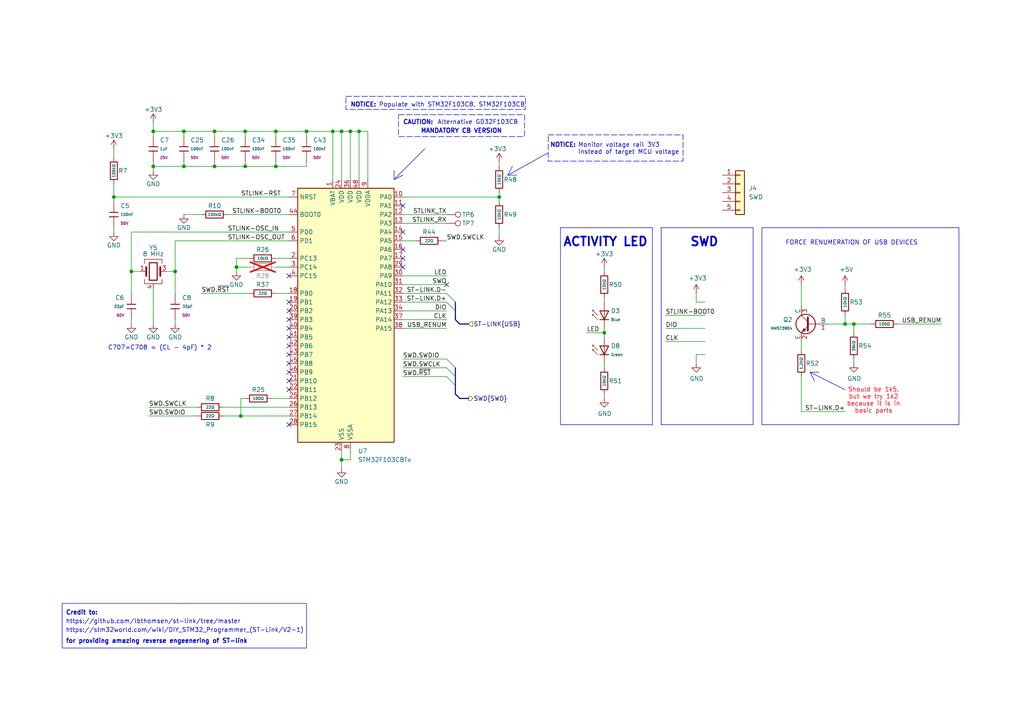
<source format=kicad_sch>
(kicad_sch (version 20231120) (generator "eeschema") (generator_version "8.0")
  (paper "A4")
  (title_block (date "2025-01-10") (rev "1.0") (company "Patryk Dudziński") (comment 1 "Referenced on desing from Artem Horiunov, Dominik Pluta"))
  (junction (at 44.45 38.1))
  (junction (at 71.12 38.1))
  (junction (at 101.6 38.1))
  (junction (at 50.8 78.74))
  (junction (at 80.01 48.26))
  (junction (at 247.65 93.98))
  (junction (at 62.23 38.1))
  (junction (at 99.06 133.35))
  (junction (at 53.34 38.1))
  (junction (at 104.14 38.1))
  (junction (at 175.26 96.52))
  (junction (at 99.06 38.1))
  (junction (at 88.9 38.1))
  (junction (at 144.78 57.15))
  (junction (at 68.58 77.47))
  (junction (at 245.11 93.98))
  (junction (at 53.34 48.26))
  (junction (at 62.23 48.26))
  (junction (at 44.45 48.26))
  (junction (at 69.85 120.65))
  (junction (at 80.01 38.1))
  (junction (at 96.52 38.1))
  (junction (at 71.12 48.26))
  (junction (at 38.1 78.74))
  (junction (at 33.02 57.15))
  (no_connect (at 83.82 87.63))
  (no_connect (at 83.82 113.03))
  (no_connect (at 83.82 97.79))
  (no_connect (at 116.84 74.93))
  (no_connect (at 116.84 59.69))
  (no_connect (at 83.82 80.01))
  (no_connect (at 116.84 77.47))
  (no_connect (at 83.82 123.19))
  (no_connect (at 83.82 95.25))
  (no_connect (at 129.54 82.55))
  (no_connect (at 116.84 72.39))
  (no_connect (at 116.84 67.31))
  (no_connect (at 83.82 92.71))
  (no_connect (at 83.82 100.33))
  (no_connect (at 83.82 90.17))
  (no_connect (at 83.82 110.49))
  (no_connect (at 83.82 107.95))
  (no_connect (at 83.82 105.41))
  (no_connect (at 83.82 102.87))
  (bus_entry (at 129.54 106.68) (size 2.54 2.54))
  (bus_entry (at 129.54 104.14) (size 2.54 2.54))
  (bus_entry (at 129.54 87.63) (size 2.54 2.54))
  (bus_entry (at 129.54 85.09) (size 2.54 2.54))
  (bus_entry (at 129.54 109.22) (size 2.54 2.54))
  (wire (pts (xy 232.41 119.38) (xy 245.11 119.38)))
  (wire (pts (xy 33.02 57.15) (xy 83.82 57.15)))
  (wire (pts (xy 33.02 43.18) (xy 33.02 45.72)))
  (wire (pts (xy 193.04 91.44) (xy 204.47 91.44)))
  (bus (pts (xy 133.35 93.98) (xy 132.08 92.71)))
  (polyline (pts (xy 123.19 43.18) (xy 114.3 52.07)))
  (wire (pts (xy 116.84 64.77) (xy 129.54 64.77)))
  (wire (pts (xy 193.04 95.25) (xy 204.47 95.25)))
  (wire (pts (xy 58.42 85.09) (xy 72.39 85.09)))
  (wire (pts (xy 38.1 78.74) (xy 38.1 85.09)))
  (wire (pts (xy 129.54 95.25) (xy 116.84 95.25)))
  (wire (pts (xy 68.58 77.47) (xy 68.58 78.74)))
  (bus (pts (xy 133.35 115.57) (xy 135.89 115.57)))
  (wire (pts (xy 175.26 115.57) (xy 175.26 114.3)))
  (bus (pts (xy 132.08 90.17) (xy 132.08 92.71)))
  (wire (pts (xy 68.58 74.93) (xy 68.58 77.47)))
  (wire (pts (xy 71.12 38.1) (xy 71.12 39.37)))
  (wire (pts (xy 71.12 38.1) (xy 80.01 38.1)))
  (bus (pts (xy 132.08 109.22) (xy 132.08 106.68)))
  (wire (pts (xy 116.84 82.55) (xy 129.54 82.55)))
  (wire (pts (xy 245.11 93.98) (xy 240.03 93.98)))
  (wire (pts (xy 53.34 62.23) (xy 58.42 62.23)))
  (wire (pts (xy 116.84 106.68) (xy 129.54 106.68)))
  (wire (pts (xy 50.8 92.71) (xy 50.8 93.98)))
  (wire (pts (xy 80.01 38.1) (xy 88.9 38.1)))
  (wire (pts (xy 101.6 38.1) (xy 99.06 38.1)))
  (wire (pts (xy 96.52 38.1) (xy 99.06 38.1)))
  (wire (pts (xy 201.93 102.87) (xy 201.93 105.41)))
  (polyline (pts (xy 158.75 44.45) (xy 147.32 50.8)))
  (polyline (pts (xy 234.95 107.95) (xy 237.49 107.95)))
  (wire (pts (xy 99.06 133.35) (xy 99.06 135.89)))
  (wire (pts (xy 38.1 78.74) (xy 40.64 78.74)))
  (wire (pts (xy 50.8 69.85) (xy 50.8 78.74)))
  (wire (pts (xy 33.02 57.15) (xy 33.02 58.42)))
  (wire (pts (xy 71.12 46.99) (xy 71.12 48.26)))
  (wire (pts (xy 232.41 99.06) (xy 232.41 101.6)))
  (wire (pts (xy 69.85 120.65) (xy 83.82 120.65)))
  (wire (pts (xy 175.26 78.74) (xy 175.26 77.47)))
  (wire (pts (xy 101.6 38.1) (xy 101.6 52.07)))
  (wire (pts (xy 116.84 62.23) (xy 129.54 62.23)))
  (polyline (pts (xy 234.95 107.95) (xy 236.22 110.49)))
  (wire (pts (xy 99.06 133.35) (xy 101.6 133.35)))
  (bus (pts (xy 132.08 87.63) (xy 132.08 90.17)))
  (wire (pts (xy 175.26 105.41) (xy 175.26 106.68)))
  (wire (pts (xy 144.78 57.15) (xy 144.78 58.42)))
  (polyline (pts (xy 114.3 49.53) (xy 114.3 52.07)))
  (wire (pts (xy 175.26 97.79) (xy 175.26 96.52)))
  (wire (pts (xy 99.06 130.81) (xy 99.06 133.35)))
  (wire (pts (xy 245.11 82.55) (xy 245.11 83.82)))
  (wire (pts (xy 62.23 48.26) (xy 71.12 48.26)))
  (wire (pts (xy 71.12 48.26) (xy 80.01 48.26)))
  (bus (pts (xy 132.08 114.3) (xy 133.35 115.57)))
  (polyline (pts (xy 114.3 52.07) (xy 116.84 50.8)))
  (wire (pts (xy 43.18 120.65) (xy 57.15 120.65)))
  (wire (pts (xy 247.65 96.52) (xy 247.65 93.98)))
  (wire (pts (xy 104.14 38.1) (xy 104.14 52.07)))
  (wire (pts (xy 232.41 109.22) (xy 232.41 119.38)))
  (wire (pts (xy 116.84 104.14) (xy 129.54 104.14)))
  (wire (pts (xy 68.58 74.93) (xy 72.39 74.93)))
  (wire (pts (xy 106.68 38.1) (xy 104.14 38.1)))
  (wire (pts (xy 44.45 83.82) (xy 44.45 93.98)))
  (wire (pts (xy 116.84 57.15) (xy 144.78 57.15)))
  (wire (pts (xy 50.8 69.85) (xy 83.82 69.85)))
  (wire (pts (xy 245.11 91.44) (xy 245.11 93.98)))
  (wire (pts (xy 38.1 92.71) (xy 38.1 93.98)))
  (polyline (pts (xy 147.32 50.8) (xy 148.59 48.26)))
  (wire (pts (xy 245.11 93.98) (xy 247.65 93.98)))
  (wire (pts (xy 175.26 96.52) (xy 170.18 96.52)))
  (wire (pts (xy 50.8 78.74) (xy 50.8 85.09)))
  (wire (pts (xy 80.01 74.93) (xy 83.82 74.93)))
  (polyline (pts (xy 147.32 50.8) (xy 149.86 50.8)))
  (wire (pts (xy 116.84 69.85) (xy 120.65 69.85)))
  (wire (pts (xy 44.45 48.26) (xy 44.45 49.53)))
  (wire (pts (xy 38.1 67.31) (xy 83.82 67.31)))
  (wire (pts (xy 204.47 102.87) (xy 201.93 102.87)))
  (wire (pts (xy 53.34 46.99) (xy 53.34 48.26)))
  (wire (pts (xy 62.23 38.1) (xy 71.12 38.1)))
  (wire (pts (xy 116.84 109.22) (xy 129.54 109.22)))
  (wire (pts (xy 247.65 104.14) (xy 247.65 105.41)))
  (wire (pts (xy 44.45 46.99) (xy 44.45 48.26)))
  (wire (pts (xy 66.04 62.23) (xy 83.82 62.23)))
  (wire (pts (xy 78.74 115.57) (xy 83.82 115.57)))
  (bus (pts (xy 132.08 111.76) (xy 132.08 114.3)))
  (wire (pts (xy 44.45 38.1) (xy 44.45 39.37)))
  (wire (pts (xy 80.01 85.09) (xy 83.82 85.09)))
  (wire (pts (xy 96.52 38.1) (xy 96.52 52.07)))
  (wire (pts (xy 252.73 93.98) (xy 247.65 93.98)))
  (wire (pts (xy 80.01 46.99) (xy 80.01 48.26)))
  (bus (pts (xy 132.08 109.22) (xy 132.08 111.76)))
  (bus (pts (xy 133.35 93.98) (xy 135.89 93.98)))
  (wire (pts (xy 101.6 130.81) (xy 101.6 133.35)))
  (wire (pts (xy 53.34 38.1) (xy 53.34 39.37)))
  (wire (pts (xy 128.27 69.85) (xy 129.54 69.85)))
  (wire (pts (xy 80.01 38.1) (xy 80.01 39.37)))
  (wire (pts (xy 104.14 38.1) (xy 101.6 38.1)))
  (wire (pts (xy 116.84 90.17) (xy 129.54 90.17)))
  (wire (pts (xy 69.85 115.57) (xy 69.85 120.65)))
  (wire (pts (xy 88.9 39.37) (xy 88.9 38.1)))
  (wire (pts (xy 64.77 120.65) (xy 69.85 120.65)))
  (wire (pts (xy 48.26 78.74) (xy 50.8 78.74)))
  (wire (pts (xy 144.78 66.04) (xy 144.78 68.58)))
  (wire (pts (xy 83.82 77.47) (xy 80.01 77.47)))
  (wire (pts (xy 129.54 80.01) (xy 116.84 80.01)))
  (wire (pts (xy 33.02 53.34) (xy 33.02 57.15)))
  (wire (pts (xy 69.85 115.57) (xy 71.12 115.57)))
  (polyline (pts (xy 245.11 113.03) (xy 234.95 107.95)))
  (wire (pts (xy 62.23 38.1) (xy 62.23 39.37)))
  (wire (pts (xy 64.77 118.11) (xy 83.82 118.11)))
  (wire (pts (xy 232.41 82.55) (xy 232.41 88.9)))
  (wire (pts (xy 201.93 87.63) (xy 204.47 87.63)))
  (wire (pts (xy 44.45 35.56) (xy 44.45 38.1)))
  (wire (pts (xy 44.45 48.26) (xy 53.34 48.26)))
  (wire (pts (xy 116.84 85.09) (xy 129.54 85.09)))
  (wire (pts (xy 88.9 46.99) (xy 88.9 48.26)))
  (wire (pts (xy 80.01 48.26) (xy 88.9 48.26)))
  (wire (pts (xy 273.05 93.98) (xy 260.35 93.98)))
  (wire (pts (xy 144.78 55.88) (xy 144.78 57.15)))
  (wire (pts (xy 99.06 38.1) (xy 99.06 52.07)))
  (wire (pts (xy 201.93 85.09) (xy 201.93 87.63)))
  (wire (pts (xy 175.26 95.25) (xy 175.26 96.52)))
  (wire (pts (xy 44.45 38.1) (xy 53.34 38.1)))
  (wire (pts (xy 129.54 92.71) (xy 116.84 92.71)))
  (wire (pts (xy 193.04 99.06) (xy 204.47 99.06)))
  (wire (pts (xy 38.1 67.31) (xy 38.1 78.74)))
  (wire (pts (xy 62.23 46.99) (xy 62.23 48.26)))
  (wire (pts (xy 43.18 118.11) (xy 57.15 118.11)))
  (wire (pts (xy 88.9 38.1) (xy 96.52 38.1)))
  (wire (pts (xy 53.34 38.1) (xy 62.23 38.1)))
  (wire (pts (xy 33.02 66.04) (xy 33.02 67.31)))
  (wire (pts (xy 116.84 87.63) (xy 129.54 87.63)))
  (wire (pts (xy 175.26 87.63) (xy 175.26 86.36)))
  (wire (pts (xy 106.68 52.07) (xy 106.68 38.1)))
  (wire (pts (xy 68.58 77.47) (xy 72.39 77.47)))
  (wire (pts (xy 53.34 48.26) (xy 62.23 48.26)))
  (wire (pts (xy 144.78 46.99) (xy 144.78 48.26)))
  (rectangle (start 191.77 66.04) (end 218.44 123.19))
  (rectangle (start 100.33 27.94) (end 152.4 31.75) (stroke (width 0) (type dash)))
  (rectangle (start 159.004 39.116) (end 198.12 46.736) (stroke (width 0) (type dash)))
  (rectangle (start 115.57 33.274) (end 152.146 39.624) (stroke (width 0) (type dash)))
  (rectangle (start 18.034 175.006) (end 88.9 187.96))
  (rectangle (start 220.98 66.04) (end 278.13 123.19))
  (rectangle (start 162.56 66.04) (end 189.23 123.19))
  (text "FORCE RENUMERATION OF USB DEVICES" (at 247.015 70.485 0) (effects (font (size 1.27 1.27))))
  (text "ACTIVITY LED\n" (at 163.195 71.755 0) (effects (font (size 2.54 2.54) (thickness 0.508) (bold yes)) (justify left bottom)))
  (text " MANDATORY CB VERSION" (at 133.35 38.1 0) (effects (font (size 1.27 1.27) (bold yes))))
  (text "CAUTION:" (at 121.285 35.56 0) (effects (font (size 1.27 1.27) (bold yes))))
  (text "Should be 1k5,\nbut we try 1k2\nbecause it is in\nbasic parts" (at 253.365 116.205 0) (effects (font (size 1.27 1.27))))
  (text "SWD\n" (at 200.025 71.755 0) (effects (font (size 2.54 2.54) (thickness 0.508) (bold yes)) (justify left bottom)))
  (text "Monitor voltage rail 3V3 \ninstead of target MCU voltage" (at 167.64 43.18 0) (effects (font (size 1.27 1.27)) (justify left)))
  (text "for providing amazing reverse engeenering of ST-link\n" (at 19.05 186.055 0) (effects (font (size 1.27 1.27) (bold yes)) (justify left)))
  (text "NOTICE:" (at 101.6 30.48 0) (effects (font (size 1.27 1.27) (bold yes)) (justify left)))
  (text "https://stm32world.com/wiki/DIY_STM32_Programmer_(ST-Link/V2-1)" (at 19.05 182.88 0) (effects (font (size 1.27 1.27)) (justify left)))
  (text "NOTICE:" (at 163.322 42.164 0) (effects (font (size 1.27 1.27) (bold yes))))
  (text "https://github.com/lbthomsen/st-link/tree/master" (at 19.05 180.34 0) (effects (font (size 1.27 1.27)) (justify left)))
  (text "Credit to:" (at 19.05 177.8 0) (effects (font (size 1.27 1.27) (bold yes)) (justify left)))
  (text "C707=C708 = (CL - 4pF) * 2\n" (at 46.355 100.965 0) (effects (font (size 1.27 1.27))))
  (text "Alternative GD32F103CB " (at 139.065 35.56 0) (effects (font (size 1.27 1.27))))
  (text "Populate with STM32F103C8, STM32F103CB\n" (at 109.855 30.48 0) (effects (font (size 1.27 1.27)) (justify left)))
  (label "STLINK_TX" (at 129.54 62.23 180))
  (label "STLINK-BOOT0" (at 193.04 91.44 0))
  (label "CLK" (at 129.54 92.71 180))
  (label "SWD.SWDIO" (at 43.18 120.65 0))
  (label "DIO" (at 193.04 95.25 0))
  (label "SWD.SWCLK" (at 129.54 69.85 0))
  (label "SWD.~{RST}" (at 58.42 85.09 0))
  (label "ST-LINK.D+" (at 129.54 87.63 180))
  (label "STLINK-OSC_OUT" (at 66.04 69.85 0))
  (label "STLINK-OSC_IN" (at 66.04 67.31 0))
  (label "STLINK-BOOT0" (at 67.31 62.23 0))
  (label "SWD.SWCLK" (at 43.18 118.11 0))
  (label "LED" (at 129.54 80.01 180))
  (label "SWD.SWDIO" (at 116.84 104.14 0))
  (label "SWD.SWCLK" (at 116.84 106.68 0))
  (label "USB_RENUM" (at 129.54 95.25 180))
  (label "SWO" (at 129.54 82.55 180))
  (label "DIO" (at 129.54 90.17 180))
  (label "USB_RENUM" (at 273.05 93.98 180))
  (label "ST-LINK.D-" (at 129.54 85.09 180))
  (label "CLK" (at 193.04 99.06 0))
  (label "SWD.~{RST}" (at 116.84 109.22 0))
  (label "STLINK-RST" (at 69.85 57.15 0))
  (label "ST-LINK.D+" (at 245.11 119.38 180))
  (label "STLINK_RX" (at 129.54 64.77 180))
  (label "LED" (at 170.18 96.52 0))
  (hierarchical_label "ST-LINK{USB}" (shape input) (at 135.89 93.98 0))
  (hierarchical_label "SWD{SWD}" (shape output) (at 135.89 115.57 0))
  (symbol (lib_id "PCM_JLCPCB-Resistors:0402,100kΩ") (at 33.02 49.53 0) (unit 1)
    (property "Reference" "R7" (at 34.29 49.53 0) (effects (justify left)))
    (property "Value" "100kΩ" (at 33.02 49.53 90) (effects (font (size 0.8 0.8))))
    (property "Footprint" "PCM_JLCPCB:R_0402" (effects (hide yes)))
    (property "Datasheet" "https://www.lcsc.com/datasheet/lcsc_datasheet_2206010100_UNI-ROYAL-Uniroyal-Elec-0402WGF1003TCE_C25741.pdf" (effects (hide yes)))
    (property "Description" "62.5mW Thick Film Resistors 50V ±100ppm/°C ±1% 100kΩ 0402 Chip Resistor - Surface Mount ROHS" (effects (hide yes)))
    (property "LCSC" "C25741" (effects (hide yes)))
    (property "Stock" "5666023" (effects (hide yes)))
    (property "Price" "0.004USD" (effects (hide yes)))
    (property "Process" "SMT" (effects (hide yes)))
    (property "Minimum Qty" "20" (effects (hide yes)))
    (property "Attrition Qty" "10" (effects (hide yes)))
    (property "Class" "Basic Component" (effects (hide yes)))
    (property "Category" "Resistors,Chip Resistor - Surface Mount" (effects (hide yes)))
    (property "Manufacturer" "UNI-ROYAL(Uniroyal Elec)" (effects (hide yes)))
    (property "Part" "0402WGF1003TCE" (effects (hide yes)))
    (property "Resistance" "100kΩ" (effects (hide yes)))
    (property "Power(Watts)" "62.5mW" (effects (hide yes)))
    (property "Type" "Thick Film Resistors" (effects (hide yes)))
    (property "Overload Voltage (Max)" "50V" (effects (hide yes)))
    (property "Operating Temperature Range" "-55°C~+155°C" (effects (hide yes)))
    (property "Tolerance" "±1%" (effects (hide yes)))
    (property "Temperature Coefficient" "±100ppm/°C" (effects (hide yes)))
  )
  (symbol (lib_id "PCM_JLCPCB-Resistors:0402,100Ω") (at 256.54 93.98 90) (unit 1)
    (property "Reference" "R55" (at 256.54 91.44 90))
    (property "Value" "100Ω" (at 256.54 93.98 90) (effects (font (size 0.8 0.8))))
    (property "Footprint" "PCM_JLCPCB:R_0402" (effects (hide yes)))
    (property "Datasheet" "https://www.lcsc.com/datasheet/lcsc_datasheet_2205311900_UNI-ROYAL-Uniroyal-Elec-0402WGF1000TCE_C25076.pdf" (effects (hide yes)))
    (property "Description" "62.5mW Thick Film Resistors 50V ±1% ±200ppm/°C 100Ω 0402 Chip Resistor - Surface Mount ROHS" (effects (hide yes)))
    (property "LCSC" "C25076" (effects (hide yes)))
    (property "Stock" "2831654" (effects (hide yes)))
    (property "Price" "0.004USD" (effects (hide yes)))
    (property "Process" "SMT" (effects (hide yes)))
    (property "Minimum Qty" "20" (effects (hide yes)))
    (property "Attrition Qty" "10" (effects (hide yes)))
    (property "Class" "Basic Component" (effects (hide yes)))
    (property "Category" "Resistors,Chip Resistor - Surface Mount" (effects (hide yes)))
    (property "Manufacturer" "UNI-ROYAL(Uniroyal Elec)" (effects (hide yes)))
    (property "Part" "0402WGF1000TCE" (effects (hide yes)))
    (property "Resistance" "100Ω" (effects (hide yes)))
    (property "Power(Watts)" "62.5mW" (effects (hide yes)))
    (property "Type" "Thick Film Resistors" (effects (hide yes)))
    (property "Overload Voltage (Max)" "50V" (effects (hide yes)))
    (property "Operating Temperature Range" "-55°C~+155°C" (effects (hide yes)))
    (property "Tolerance" "±1%" (effects (hide yes)))
    (property "Temperature Coefficient" "±200ppm/°C" (effects (hide yes)))
  )
  (symbol (lib_id "PCM_JLCPCB-Capacitors:0402,33pF") (at 38.1 88.9 0) (unit 1)
    (property "Reference" "C6" (at 36.068 86.3599 0) (effects (justify right)))
    (property "Value" "33pF" (at 36.068 88.9 0) (effects (font (size 0.8 0.8)) (justify right)))
    (property "Footprint" "PCM_JLCPCB:C_0402" (effects (hide yes)))
    (property "Datasheet" "https://www.lcsc.com/datasheet/lcsc_datasheet_2304140030_FH--Guangdong-Fenghua-Advanced-Tech-0402CG330J500NT_C1562.pdf" (effects (hide yes)))
    (property "Description" "50V 33pF C0G ±5% 0402 Multilayer Ceramic Capacitors MLCC - SMD/SMT ROHS" (effects (hide yes)))
    (property "LCSC" "C1562" (effects (hide yes)))
    (property "Stock" "1088254" (effects (hide yes)))
    (property "Price" "0.004USD" (effects (hide yes)))
    (property "Process" "SMT" (effects (hide yes)))
    (property "Minimum Qty" "20" (effects (hide yes)))
    (property "Attrition Qty" "10" (effects (hide yes)))
    (property "Class" "Basic Component" (effects (hide yes)))
    (property "Category" "Capacitors,Multilayer Ceramic Capacitors MLCC - SMD/SMT" (effects (hide yes)))
    (property "Manufacturer" "FH(Guangdong Fenghua Advanced Tech)" (effects (hide yes)))
    (property "Part" "0402CG330J500NT" (effects (hide yes)))
    (property "Voltage Rated" "50V" (at 36.068 91.44 0) (effects (font (size 0.8 0.8)) (justify right)))
    (property "Tolerance" "±5%" (effects (hide yes)))
    (property "Capacitance" "33pF" (effects (hide yes)))
    (property "Temperature Coefficient" "C0G" (effects (hide yes)))
  )
  (symbol (lib_id "power:GND") (at 144.78 68.58 0) (unit 1)
    (property "Reference" "#PWR052" (effects (hide yes)))
    (property "Value" "GND" (at 144.78 72.39 0))
  )
  (symbol (lib_id "PCM_JLCPCB-Resistors:0402,10kΩ") (at 76.2 77.47 90) (unit 1) (in_bom no) (dnp yes)
    (property "Reference" "R28" (at 76.2 80.01 90))
    (property "Value" "10kΩ" (at 76.2 77.47 90) (effects (font (size 0.8 0.8))))
    (property "Footprint" "PCM_JLCPCB:R_0402" (effects (hide yes)))
    (property "Datasheet" "https://www.lcsc.com/datasheet/lcsc_datasheet_2411221126_UNI-ROYAL-Uniroyal-Elec-0402WGF1002TCE_C25744.pdf" (effects (hide yes)))
    (property "Description" "62.5mW Thick Film Resistors 50V ±100ppm/°C ±1% 10kΩ 0402 Chip Resistor - Surface Mount ROHS" (effects (hide yes)))
    (property "LCSC" "C25744" (effects (hide yes)))
    (property "Stock" "7034931" (effects (hide yes)))
    (property "Price" "0.004USD" (effects (hide yes)))
    (property "Process" "SMT" (effects (hide yes)))
    (property "Minimum Qty" "5" (effects (hide yes)))
    (property "Attrition Qty" "0" (effects (hide yes)))
    (property "Class" "Basic Component" (effects (hide yes)))
    (property "Category" "Resistors,Chip Resistor - Surface Mount" (effects (hide yes)))
    (property "Manufacturer" "UNI-ROYAL(Uniroyal Elec)" (effects (hide yes)))
    (property "Part" "0402WGF1002TCE" (effects (hide yes)))
    (property "Resistance" "10kΩ" (effects (hide yes)))
    (property "Power(Watts)" "62.5mW" (effects (hide yes)))
    (property "Type" "Thick Film Resistors" (effects (hide yes)))
    (property "Overload Voltage (Max)" "50V" (effects (hide yes)))
    (property "Operating Temperature Range" "-55°C~+155°C" (effects (hide yes)))
    (property "Tolerance" "±1%" (effects (hide yes)))
    (property "Temperature Coefficient" "±100ppm/°C" (effects (hide yes)))
  )
  (symbol (lib_id "power:GND") (at 33.02 67.31 0) (unit 1)
    (property "Reference" "#PWR014" (effects (hide yes)))
    (property "Value" "GND" (at 33.02 71.12 0))
  )
  (symbol (lib_id "PCM_JLCPCB-Capacitors:0402,100nF,(2)") (at 88.9 43.18 0) (unit 1)
    (property "Reference" "C43" (at 90.805 40.6399 0) (effects (justify left)))
    (property "Value" "100nF" (at 90.805 43.18 0) (effects (font (size 0.8 0.8)) (justify left)))
    (property "Footprint" "PCM_JLCPCB:C_0402" (effects (hide yes)))
    (property "Datasheet" "https://www.lcsc.com/datasheet/lcsc_datasheet_2304140030_Samsung-Electro-Mechanics-CL05B104KB54PNC_C307331.pdf" (effects (hide yes)))
    (property "Description" "50V 100nF X7R ±10% 0402 Multilayer Ceramic Capacitors MLCC - SMD/SMT ROHS" (effects (hide yes)))
    (property "LCSC" "C307331" (effects (hide yes)))
    (property "Stock" "5427590" (effects (hide yes)))
    (property "Price" "0.008USD" (effects (hide yes)))
    (property "Process" "SMT" (effects (hide yes)))
    (property "Minimum Qty" "20" (effects (hide yes)))
    (property "Attrition Qty" "10" (effects (hide yes)))
    (property "Class" "Basic Component" (effects (hide yes)))
    (property "Category" "Capacitors,Multilayer Ceramic Capacitors MLCC - SMD/SMT" (effects (hide yes)))
    (property "Manufacturer" "Samsung Electro-Mechanics" (effects (hide yes)))
    (property "Part" "CL05B104KB54PNC" (effects (hide yes)))
    (property "Voltage Rated" "50V" (at 90.805 45.72 0) (effects (font (size 0.8 0.8)) (justify left)))
    (property "Tolerance" "±10%" (effects (hide yes)))
    (property "Capacitance" "100nF" (effects (hide yes)))
    (property "Temperature Coefficient" "X7R" (effects (hide yes)))
  )
  (symbol (lib_id "power:+5V") (at 245.11 82.55 0) (unit 1)
    (property "Reference" "#PWR069" (effects (hide yes)))
    (property "Value" "+5V" (at 245.491 78.1558 0))
  )
  (symbol (lib_id "PCM_JLCPCB-Capacitors:0402,100nF,(2)") (at 33.02 62.23 0) (unit 1)
    (property "Reference" "C5" (at 34.925 59.6899 0) (effects (justify left)))
    (property "Value" "100nF" (at 34.925 62.23 0) (effects (font (size 0.8 0.8)) (justify left)))
    (property "Footprint" "PCM_JLCPCB:C_0402" (effects (hide yes)))
    (property "Datasheet" "https://www.lcsc.com/datasheet/lcsc_datasheet_2304140030_Samsung-Electro-Mechanics-CL05B104KB54PNC_C307331.pdf" (effects (hide yes)))
    (property "Description" "50V 100nF X7R ±10% 0402 Multilayer Ceramic Capacitors MLCC - SMD/SMT ROHS" (effects (hide yes)))
    (property "LCSC" "C307331" (effects (hide yes)))
    (property "Stock" "5427590" (effects (hide yes)))
    (property "Price" "0.008USD" (effects (hide yes)))
    (property "Process" "SMT" (effects (hide yes)))
    (property "Minimum Qty" "20" (effects (hide yes)))
    (property "Attrition Qty" "10" (effects (hide yes)))
    (property "Class" "Basic Component" (effects (hide yes)))
    (property "Category" "Capacitors,Multilayer Ceramic Capacitors MLCC - SMD/SMT" (effects (hide yes)))
    (property "Manufacturer" "Samsung Electro-Mechanics" (effects (hide yes)))
    (property "Part" "CL05B104KB54PNC" (effects (hide yes)))
    (property "Voltage Rated" "50V" (at 34.925 64.77 0) (effects (font (size 0.8 0.8)) (justify left)))
    (property "Tolerance" "±10%" (effects (hide yes)))
    (property "Capacitance" "100nF" (effects (hide yes)))
    (property "Temperature Coefficient" "X7R" (effects (hide yes)))
  )
  (symbol (lib_id "PCM_JLCPCB-Capacitors:0402,1uF") (at 44.45 43.18 0) (unit 1)
    (property "Reference" "C7" (at 46.355 40.6399 0) (effects (justify left)))
    (property "Value" "1uF" (at 46.355 43.18 0) (effects (font (size 0.8 0.8)) (justify left)))
    (property "Footprint" "PCM_JLCPCB:C_0402" (effects (hide yes)))
    (property "Datasheet" "https://www.lcsc.com/datasheet/lcsc_datasheet_2304140030_Samsung-Electro-Mechanics-CL05A105KA5NQNC_C52923.pdf" (effects (hide yes)))
    (property "Description" "25V 1uF X5R ±10% 0402 Multilayer Ceramic Capacitors MLCC - SMD/SMT ROHS" (effects (hide yes)))
    (property "LCSC" "C52923" (effects (hide yes)))
    (property "Stock" "8480407" (effects (hide yes)))
    (property "Price" "0.006USD" (effects (hide yes)))
    (property "Process" "SMT" (effects (hide yes)))
    (property "Minimum Qty" "20" (effects (hide yes)))
    (property "Attrition Qty" "10" (effects (hide yes)))
    (property "Class" "Basic Component" (effects (hide yes)))
    (property "Category" "Capacitors,Multilayer Ceramic Capacitors MLCC - SMD/SMT" (effects (hide yes)))
    (property "Manufacturer" "Samsung Electro-Mechanics" (effects (hide yes)))
    (property "Part" "CL05A105KA5NQNC" (effects (hide yes)))
    (property "Voltage Rated" "25V" (at 46.355 45.72 0) (effects (font (size 0.8 0.8)) (justify left)))
    (property "Tolerance" "±10%" (effects (hide yes)))
    (property "Capacitance" "1uF" (effects (hide yes)))
    (property "Temperature Coefficient" "X5R" (effects (hide yes)))
  )
  (symbol (lib_id "Connector:TestPoint") (at 129.54 62.23 270) (unit 1)
    (property "Reference" "TP6" (at 133.985 62.23 90) (effects (justify left)))
    (property "Value" "TestPoint" (effects (hide yes)))
    (property "Footprint" "TestPoint:TestPoint_Pad_D1.0mm" (effects (hide yes)))
    (property "Description" "test point" (effects (hide yes)))
  )
  (symbol (lib_id "PCM_JLCPCB-Resistors:0402,10kΩ") (at 175.26 110.49 0) (unit 1)
    (property "Reference" "R51" (at 176.53 110.49 0) (effects (justify left)))
    (property "Value" "10kΩ" (at 175.26 110.49 90) (effects (font (size 0.8 0.8))))
    (property "Footprint" "PCM_JLCPCB:R_0402" (effects (hide yes)))
    (property "Datasheet" "https://www.lcsc.com/datasheet/lcsc_datasheet_2411221126_UNI-ROYAL-Uniroyal-Elec-0402WGF1002TCE_C25744.pdf" (effects (hide yes)))
    (property "Description" "62.5mW Thick Film Resistors 50V ±100ppm/°C ±1% 10kΩ 0402 Chip Resistor - Surface Mount ROHS" (effects (hide yes)))
    (property "LCSC" "C25744" (effects (hide yes)))
    (property "Stock" "7034931" (effects (hide yes)))
    (property "Price" "0.004USD" (effects (hide yes)))
    (property "Process" "SMT" (effects (hide yes)))
    (property "Minimum Qty" "5" (effects (hide yes)))
    (property "Attrition Qty" "0" (effects (hide yes)))
    (property "Class" "Basic Component" (effects (hide yes)))
    (property "Category" "Resistors,Chip Resistor - Surface Mount" (effects (hide yes)))
    (property "Manufacturer" "UNI-ROYAL(Uniroyal Elec)" (effects (hide yes)))
    (property "Part" "0402WGF1002TCE" (effects (hide yes)))
    (property "Resistance" "10kΩ" (effects (hide yes)))
    (property "Power(Watts)" "62.5mW" (effects (hide yes)))
    (property "Type" "Thick Film Resistors" (effects (hide yes)))
    (property "Overload Voltage (Max)" "50V" (effects (hide yes)))
    (property "Operating Temperature Range" "-55°C~+155°C" (effects (hide yes)))
    (property "Tolerance" "±1%" (effects (hide yes)))
    (property "Temperature Coefficient" "±100ppm/°C" (effects (hide yes)))
  )
  (symbol (lib_id "power:+3V3") (at 232.41 82.55 0) (unit 1)
    (property "Reference" "#PWR060" (effects (hide yes)))
    (property "Value" "+3V3" (at 232.791 78.1558 0))
  )
  (symbol (lib_id "power:GND") (at 247.65 105.41 0) (unit 1)
    (property "Reference" "#PWR070" (effects (hide yes)))
    (property "Value" "GND" (at 247.777 109.8042 0))
  )
  (symbol (lib_id "PCM_JLCPCB-Resistors:0402,100Ω") (at 74.93 115.57 90) (unit 1)
    (property "Reference" "R25" (at 74.93 113.03 90))
    (property "Value" "100Ω" (at 74.93 115.57 90) (effects (font (size 0.8 0.8))))
    (property "Footprint" "PCM_JLCPCB:R_0402" (effects (hide yes)))
    (property "Datasheet" "https://www.lcsc.com/datasheet/lcsc_datasheet_2205311900_UNI-ROYAL-Uniroyal-Elec-0402WGF1000TCE_C25076.pdf" (effects (hide yes)))
    (property "Description" "62.5mW Thick Film Resistors 50V ±1% ±200ppm/°C 100Ω 0402 Chip Resistor - Surface Mount ROHS" (effects (hide yes)))
    (property "LCSC" "C25076" (effects (hide yes)))
    (property "Stock" "2831654" (effects (hide yes)))
    (property "Price" "0.004USD" (effects (hide yes)))
    (property "Process" "SMT" (effects (hide yes)))
    (property "Minimum Qty" "20" (effects (hide yes)))
    (property "Attrition Qty" "10" (effects (hide yes)))
    (property "Class" "Basic Component" (effects (hide yes)))
    (property "Category" "Resistors,Chip Resistor - Surface Mount" (effects (hide yes)))
    (property "Manufacturer" "UNI-ROYAL(Uniroyal Elec)" (effects (hide yes)))
    (property "Part" "0402WGF1000TCE" (effects (hide yes)))
    (property "Resistance" "100Ω" (effects (hide yes)))
    (property "Power(Watts)" "62.5mW" (effects (hide yes)))
    (property "Type" "Thick Film Resistors" (effects (hide yes)))
    (property "Overload Voltage (Max)" "50V" (effects (hide yes)))
    (property "Operating Temperature Range" "-55°C~+155°C" (effects (hide yes)))
    (property "Tolerance" "±1%" (effects (hide yes)))
    (property "Temperature Coefficient" "±200ppm/°C" (effects (hide yes)))
  )
  (symbol (lib_id "PCM_JLCPCB-Resistors:0402,22Ω") (at 76.2 85.09 90) (unit 1)
    (property "Reference" "R37" (at 76.2 82.55 90))
    (property "Value" "22Ω" (at 76.2 85.09 90) (effects (font (size 0.8 0.8))))
    (property "Footprint" "PCM_JLCPCB:R_0402" (effects (hide yes)))
    (property "Datasheet" "https://www.lcsc.com/datasheet/lcsc_datasheet_2205311900_UNI-ROYAL-Uniroyal-Elec-0402WGF220JTCE_C25092.pdf" (effects (hide yes)))
    (property "Description" "62.5mW Thick Film Resistors 50V ±1% ±100ppm/°C 22Ω 0402 Chip Resistor - Surface Mount ROHS" (effects (hide yes)))
    (property "LCSC" "C25092" (effects (hide yes)))
    (property "Stock" "2545567" (effects (hide yes)))
    (property "Price" "0.004USD" (effects (hide yes)))
    (property "Process" "SMT" (effects (hide yes)))
    (property "Minimum Qty" "20" (effects (hide yes)))
    (property "Attrition Qty" "10" (effects (hide yes)))
    (property "Class" "Basic Component" (effects (hide yes)))
    (property "Category" "Resistors,Chip Resistor - Surface Mount" (effects (hide yes)))
    (property "Manufacturer" "UNI-ROYAL(Uniroyal Elec)" (effects (hide yes)))
    (property "Part" "0402WGF220JTCE" (effects (hide yes)))
    (property "Resistance" "22Ω" (effects (hide yes)))
    (property "Power(Watts)" "62.5mW" (effects (hide yes)))
    (property "Type" "Thick Film Resistors" (effects (hide yes)))
    (property "Overload Voltage (Max)" "50V" (effects (hide yes)))
    (property "Operating Temperature Range" "-55°C~+155°C" (effects (hide yes)))
    (property "Tolerance" "±1%" (effects (hide yes)))
    (property "Temperature Coefficient" "±100ppm/°C" (effects (hide yes)))
  )
  (symbol (lib_id "power:GND") (at 50.8 93.98 0) (unit 1)
    (property "Reference" "#PWR020" (effects (hide yes)))
    (property "Value" "GND" (at 50.8 97.79 0))
  )
  (symbol (lib_id "PCM_JLCPCB-Resistors:0402,22Ω") (at 60.96 120.65 90) (unit 1)
    (property "Reference" "R9" (at 60.96 123.19 90))
    (property "Value" "22Ω" (at 60.96 120.65 90) (effects (font (size 0.8 0.8))))
    (property "Footprint" "PCM_JLCPCB:R_0402" (effects (hide yes)))
    (property "Datasheet" "https://www.lcsc.com/datasheet/lcsc_datasheet_2205311900_UNI-ROYAL-Uniroyal-Elec-0402WGF220JTCE_C25092.pdf" (effects (hide yes)))
    (property "Description" "62.5mW Thick Film Resistors 50V ±1% ±100ppm/°C 22Ω 0402 Chip Resistor - Surface Mount ROHS" (effects (hide yes)))
    (property "LCSC" "C25092" (effects (hide yes)))
    (property "Stock" "2545567" (effects (hide yes)))
    (property "Price" "0.004USD" (effects (hide yes)))
    (property "Process" "SMT" (effects (hide yes)))
    (property "Minimum Qty" "20" (effects (hide yes)))
    (property "Attrition Qty" "10" (effects (hide yes)))
    (property "Class" "Basic Component" (effects (hide yes)))
    (property "Category" "Resistors,Chip Resistor - Surface Mount" (effects (hide yes)))
    (property "Manufacturer" "UNI-ROYAL(Uniroyal Elec)" (effects (hide yes)))
    (property "Part" "0402WGF220JTCE" (effects (hide yes)))
    (property "Resistance" "22Ω" (effects (hide yes)))
    (property "Power(Watts)" "62.5mW" (effects (hide yes)))
    (property "Type" "Thick Film Resistors" (effects (hide yes)))
    (property "Overload Voltage (Max)" "50V" (effects (hide yes)))
    (property "Operating Temperature Range" "-55°C~+155°C" (effects (hide yes)))
    (property "Tolerance" "±1%" (effects (hide yes)))
    (property "Temperature Coefficient" "±100ppm/°C" (effects (hide yes)))
  )
  (symbol (lib_id "PCM_JLCPCB-Capacitors:0402,100nF,(2)") (at 53.34 43.18 0) (unit 1)
    (property "Reference" "C25" (at 55.245 40.6399 0) (effects (justify left)))
    (property "Value" "100nF" (at 55.245 43.18 0) (effects (font (size 0.8 0.8)) (justify left)))
    (property "Footprint" "PCM_JLCPCB:C_0402" (effects (hide yes)))
    (property "Datasheet" "https://www.lcsc.com/datasheet/lcsc_datasheet_2304140030_Samsung-Electro-Mechanics-CL05B104KB54PNC_C307331.pdf" (effects (hide yes)))
    (property "Description" "50V 100nF X7R ±10% 0402 Multilayer Ceramic Capacitors MLCC - SMD/SMT ROHS" (effects (hide yes)))
    (property "LCSC" "C307331" (effects (hide yes)))
    (property "Stock" "5427590" (effects (hide yes)))
    (property "Price" "0.008USD" (effects (hide yes)))
    (property "Process" "SMT" (effects (hide yes)))
    (property "Minimum Qty" "20" (effects (hide yes)))
    (property "Attrition Qty" "10" (effects (hide yes)))
    (property "Class" "Basic Component" (effects (hide yes)))
    (property "Category" "Capacitors,Multilayer Ceramic Capacitors MLCC - SMD/SMT" (effects (hide yes)))
    (property "Manufacturer" "Samsung Electro-Mechanics" (effects (hide yes)))
    (property "Part" "CL05B104KB54PNC" (effects (hide yes)))
    (property "Voltage Rated" "50V" (at 55.245 45.72 0) (effects (font (size 0.8 0.8)) (justify left)))
    (property "Tolerance" "±10%" (effects (hide yes)))
    (property "Capacitance" "100nF" (effects (hide yes)))
    (property "Temperature Coefficient" "X7R" (effects (hide yes)))
  )
  (symbol (lib_id "power:GND") (at 38.1 93.98 0) (unit 1)
    (property "Reference" "#PWR015" (effects (hide yes)))
    (property "Value" "GND" (at 38.1 97.79 0))
  )
  (symbol (lib_id "PCM_JLCPCB-Resistors:0402,39kΩ") (at 247.65 100.33 0) (unit 1)
    (property "Reference" "R54" (at 248.92 100.33 0) (effects (justify left)))
    (property "Value" "39kΩ" (at 247.65 100.33 90) (effects (font (size 0.8 0.8))))
    (property "Footprint" "PCM_JLCPCB:R_0402" (effects (hide yes)))
    (property "Datasheet" "https://www.lcsc.com/datasheet/lcsc_datasheet_2206010100_UNI-ROYAL-Uniroyal-Elec-0402WGF3902TCE_C25783.pdf" (effects (hide yes)))
    (property "Description" "62.5mW Thick Film Resistors 50V ±100ppm/°C ±1% 39kΩ 0402 Chip Resistor - Surface Mount ROHS" (effects (hide yes)))
    (property "LCSC" "C25783" (effects (hide yes)))
    (property "Stock" "415990" (effects (hide yes)))
    (property "Price" "0.004USD" (effects (hide yes)))
    (property "Process" "SMT" (effects (hide yes)))
    (property "Minimum Qty" "20" (effects (hide yes)))
    (property "Attrition Qty" "10" (effects (hide yes)))
    (property "Class" "Preferred Component" (effects (hide yes)))
    (property "Category" "Resistors,Chip Resistor - Surface Mount" (effects (hide yes)))
    (property "Manufacturer" "UNI-ROYAL(Uniroyal Elec)" (effects (hide yes)))
    (property "Part" "0402WGF3902TCE" (effects (hide yes)))
    (property "Resistance" "39kΩ" (effects (hide yes)))
    (property "Power(Watts)" "62.5mW" (effects (hide yes)))
    (property "Type" "Thick Film Resistors" (effects (hide yes)))
    (property "Overload Voltage (Max)" "50V" (effects (hide yes)))
    (property "Operating Temperature Range" "-55°C~+155°C" (effects (hide yes)))
    (property "Tolerance" "±1%" (effects (hide yes)))
    (property "Temperature Coefficient" "±100ppm/°C" (effects (hide yes)))
  )
  (symbol (lib_id "power:+3V3") (at 144.78 46.99 0) (unit 1)
    (property "Reference" "#PWR046" (effects (hide yes)))
    (property "Value" "+3V3" (at 144.272 43.18 0))
  )
  (symbol (lib_id "Connector_Generic:Conn_01x05") (at 214.63 55.88 0) (unit 1)
    (property "Reference" "J4" (at 217.17 54.6099 0) (effects (justify left)))
    (property "Value" "SWD" (at 217.17 57.1499 0) (effects (justify left)))
    (property "Footprint" "Connector_PinSocket_2.54mm:PinSocket_1x05_P2.54mm_Vertical" (effects (hide yes)))
    (property "Description" "Generic connector, single row, 01x05, script generated (kicad-library-utils/schlib/autogen/connector/)" (effects (hide yes)))
  )
  (symbol (lib_id "power:GND") (at 175.26 115.57 0) (unit 1)
    (property "Reference" "#PWR055" (effects (hide yes)))
    (property "Value" "GND" (at 175.387 119.9642 0))
  )
  (symbol (lib_id "power:+3V3") (at 44.45 35.56 0) (unit 1)
    (property "Reference" "#PWR017" (effects (hide yes)))
    (property "Value" "+3V3" (at 44.45 31.75 0))
  )
  (symbol (lib_id "PCM_JLCPCB-Resistors:0402,1.2kΩ") (at 232.41 105.41 0) (unit 1)
    (property "Reference" "R52" (at 233.68 105.41 0) (effects (justify left)))
    (property "Value" "1.2kΩ" (at 232.41 105.41 90) (effects (font (size 0.8 0.8))))
    (property "Footprint" "PCM_JLCPCB:R_0402" (effects (hide yes)))
    (property "Datasheet" "https://www.lcsc.com/datasheet/lcsc_datasheet_2206010045_UNI-ROYAL-Uniroyal-Elec-0402WGF1201TCE_C25862.pdf" (effects (hide yes)))
    (property "Description" "62.5mW Thick Film Resistors 50V ±100ppm/°C ±1% 1.2kΩ 0402 Chip Resistor - Surface Mount ROHS" (effects (hide yes)))
    (property "LCSC" "C25862" (effects (hide yes)))
    (property "Stock" "236021" (effects (hide yes)))
    (property "Price" "0.004USD" (effects (hide yes)))
    (property "Process" "SMT" (effects (hide yes)))
    (property "Minimum Qty" "20" (effects (hide yes)))
    (property "Attrition Qty" "10" (effects (hide yes)))
    (property "Class" "Preferred Component" (effects (hide yes)))
    (property "Category" "Resistors,Chip Resistor - Surface Mount" (effects (hide yes)))
    (property "Manufacturer" "UNI-ROYAL(Uniroyal Elec)" (effects (hide yes)))
    (property "Part" "0402WGF1201TCE" (effects (hide yes)))
    (property "Resistance" "1.2kΩ" (effects (hide yes)))
    (property "Power(Watts)" "62.5mW" (effects (hide yes)))
    (property "Type" "Thick Film Resistors" (effects (hide yes)))
    (property "Overload Voltage (Max)" "50V" (effects (hide yes)))
    (property "Operating Temperature Range" "-55°C~+155°C" (effects (hide yes)))
    (property "Tolerance" "±1%" (effects (hide yes)))
    (property "Temperature Coefficient" "±100ppm/°C" (effects (hide yes)))
  )
  (symbol (lib_id "MCU_ST_STM32F1:STM32F103CBTx") (at 99.06 92.71 0) (unit 1)
    (property "Reference" "U7" (at 103.7941 130.81 0) (effects (justify left)))
    (property "Value" "STM32F103CBTx" (at 103.7941 133.35 0) (effects (justify left)))
    (property "Footprint" "Package_QFP:LQFP-48_7x7mm_P0.5mm" (effects (hide yes)))
    (property "Datasheet" "https://www.st.com/resource/en/datasheet/stm32f103cb.pdf" (effects (hide yes)))
    (property "Description" "STMicroelectronics Arm Cortex-M3 MCU, 128KB flash, 20KB RAM, 72 MHz, 2.0-3.6V, 37 GPIO, LQFP48" (effects (hide yes)))
  )
  (symbol (lib_id "power:GND") (at 44.45 93.98 0) (unit 1)
    (property "Reference" "#PWR019" (effects (hide yes)))
    (property "Value" "GND" (at 44.45 97.79 0))
  )
  (symbol (lib_id "power:+3V3") (at 201.93 85.09 0) (unit 1)
    (property "Reference" "#PWR056" (effects (hide yes)))
    (property "Value" "+3V3" (at 202.311 80.6958 0))
  )
  (symbol (lib_id "power:GND") (at 53.34 62.23 0) (unit 1)
    (property "Reference" "#PWR021" (effects (hide yes)))
    (property "Value" "GND" (at 53.34 66.04 0))
  )
  (symbol (lib_id "PCM_JLCPCB-Capacitors:0402,33pF") (at 50.8 88.9 0) (unit 1)
    (property "Reference" "C8" (at 52.832 86.3599 0) (effects (justify left)))
    (property "Value" "33pF" (at 52.832 88.9 0) (effects (font (size 0.8 0.8)) (justify left)))
    (property "Footprint" "PCM_JLCPCB:C_0402" (effects (hide yes)))
    (property "Datasheet" "https://www.lcsc.com/datasheet/lcsc_datasheet_2304140030_FH--Guangdong-Fenghua-Advanced-Tech-0402CG330J500NT_C1562.pdf" (effects (hide yes)))
    (property "Description" "50V 33pF C0G ±5% 0402 Multilayer Ceramic Capacitors MLCC - SMD/SMT ROHS" (effects (hide yes)))
    (property "LCSC" "C1562" (effects (hide yes)))
    (property "Stock" "1088254" (effects (hide yes)))
    (property "Price" "0.004USD" (effects (hide yes)))
    (property "Process" "SMT" (effects (hide yes)))
    (property "Minimum Qty" "20" (effects (hide yes)))
    (property "Attrition Qty" "10" (effects (hide yes)))
    (property "Class" "Basic Component" (effects (hide yes)))
    (property "Category" "Capacitors,Multilayer Ceramic Capacitors MLCC - SMD/SMT" (effects (hide yes)))
    (property "Manufacturer" "FH(Guangdong Fenghua Advanced Tech)" (effects (hide yes)))
    (property "Part" "0402CG330J500NT" (effects (hide yes)))
    (property "Voltage Rated" "50V" (at 52.832 91.44 0) (effects (font (size 0.8 0.8)) (justify left)))
    (property "Tolerance" "±5%" (effects (hide yes)))
    (property "Capacitance" "33pF" (effects (hide yes)))
    (property "Temperature Coefficient" "C0G" (effects (hide yes)))
  )
  (symbol (lib_id "PCM_JLCPCB-Resistors:0402,10kΩ") (at 76.2 74.93 90) (unit 1)
    (property "Reference" "R26" (at 76.2 72.39 90))
    (property "Value" "10kΩ" (at 76.2 74.93 90) (effects (font (size 0.8 0.8))))
    (property "Footprint" "PCM_JLCPCB:R_0402" (effects (hide yes)))
    (property "Datasheet" "https://www.lcsc.com/datasheet/lcsc_datasheet_2411221126_UNI-ROYAL-Uniroyal-Elec-0402WGF1002TCE_C25744.pdf" (effects (hide yes)))
    (property "Description" "62.5mW Thick Film Resistors 50V ±100ppm/°C ±1% 10kΩ 0402 Chip Resistor - Surface Mount ROHS" (effects (hide yes)))
    (property "LCSC" "C25744" (effects (hide yes)))
    (property "Stock" "7034931" (effects (hide yes)))
    (property "Price" "0.004USD" (effects (hide yes)))
    (property "Process" "SMT" (effects (hide yes)))
    (property "Minimum Qty" "5" (effects (hide yes)))
    (property "Attrition Qty" "0" (effects (hide yes)))
    (property "Class" "Basic Component" (effects (hide yes)))
    (property "Category" "Resistors,Chip Resistor - Surface Mount" (effects (hide yes)))
    (property "Manufacturer" "UNI-ROYAL(Uniroyal Elec)" (effects (hide yes)))
    (property "Part" "0402WGF1002TCE" (effects (hide yes)))
    (property "Resistance" "10kΩ" (effects (hide yes)))
    (property "Power(Watts)" "62.5mW" (effects (hide yes)))
    (property "Type" "Thick Film Resistors" (effects (hide yes)))
    (property "Overload Voltage (Max)" "50V" (effects (hide yes)))
    (property "Operating Temperature Range" "-55°C~+155°C" (effects (hide yes)))
    (property "Tolerance" "±1%" (effects (hide yes)))
    (property "Temperature Coefficient" "±100ppm/°C" (effects (hide yes)))
  )
  (symbol (lib_id "PCM_JLCPCB-Resistors:0402,10kΩ") (at 245.11 87.63 0) (unit 1)
    (property "Reference" "R53" (at 246.38 87.63 0) (effects (justify left)))
    (property "Value" "10kΩ" (at 245.11 87.63 90) (effects (font (size 0.8 0.8))))
    (property "Footprint" "PCM_JLCPCB:R_0402" (effects (hide yes)))
    (property "Datasheet" "https://www.lcsc.com/datasheet/lcsc_datasheet_2411221126_UNI-ROYAL-Uniroyal-Elec-0402WGF1002TCE_C25744.pdf" (effects (hide yes)))
    (property "Description" "62.5mW Thick Film Resistors 50V ±100ppm/°C ±1% 10kΩ 0402 Chip Resistor - Surface Mount ROHS" (effects (hide yes)))
    (property "LCSC" "C25744" (effects (hide yes)))
    (property "Stock" "7034931" (effects (hide yes)))
    (property "Price" "0.004USD" (effects (hide yes)))
    (property "Process" "SMT" (effects (hide yes)))
    (property "Minimum Qty" "5" (effects (hide yes)))
    (property "Attrition Qty" "0" (effects (hide yes)))
    (property "Class" "Basic Component" (effects (hide yes)))
    (property "Category" "Resistors,Chip Resistor - Surface Mount" (effects (hide yes)))
    (property "Manufacturer" "UNI-ROYAL(Uniroyal Elec)" (effects (hide yes)))
    (property "Part" "0402WGF1002TCE" (effects (hide yes)))
    (property "Resistance" "10kΩ" (effects (hide yes)))
    (property "Power(Watts)" "62.5mW" (effects (hide yes)))
    (property "Type" "Thick Film Resistors" (effects (hide yes)))
    (property "Overload Voltage (Max)" "50V" (effects (hide yes)))
    (property "Operating Temperature Range" "-55°C~+155°C" (effects (hide yes)))
    (property "Tolerance" "±1%" (effects (hide yes)))
    (property "Temperature Coefficient" "±100ppm/°C" (effects (hide yes)))
  )
  (symbol (lib_id "Device:Crystal_GND24") (at 44.45 78.74 0) (unit 1)
    (property "Reference" "Y5" (at 44.45 71.882 0))
    (property "Value" "8 MHz" (at 44.45 73.66 0))
    (property "Footprint" "PCM_JLCPCB:CRYSTAL-SMD_4P-L3.2-W2.5-BL" (effects (hide yes)))
    (property "Description" "Four pin crystal, GND on pins 2 and 4" (effects (hide yes)))
  )
  (symbol (lib_id "PCM_JLCPCB-Resistors:0402,22Ω") (at 124.46 69.85 90) (unit 1)
    (property "Reference" "R44" (at 124.46 67.31 90))
    (property "Value" "22Ω" (at 124.46 69.85 90) (effects (font (size 0.8 0.8))))
    (property "Footprint" "PCM_JLCPCB:R_0402" (effects (hide yes)))
    (property "Datasheet" "https://www.lcsc.com/datasheet/lcsc_datasheet_2205311900_UNI-ROYAL-Uniroyal-Elec-0402WGF220JTCE_C25092.pdf" (effects (hide yes)))
    (property "Description" "62.5mW Thick Film Resistors 50V ±1% ±100ppm/°C 22Ω 0402 Chip Resistor - Surface Mount ROHS" (effects (hide yes)))
    (property "LCSC" "C25092" (effects (hide yes)))
    (property "Stock" "2545567" (effects (hide yes)))
    (property "Price" "0.004USD" (effects (hide yes)))
    (property "Process" "SMT" (effects (hide yes)))
    (property "Minimum Qty" "20" (effects (hide yes)))
    (property "Attrition Qty" "10" (effects (hide yes)))
    (property "Class" "Basic Component" (effects (hide yes)))
    (property "Category" "Resistors,Chip Resistor - Surface Mount" (effects (hide yes)))
    (property "Manufacturer" "UNI-ROYAL(Uniroyal Elec)" (effects (hide yes)))
    (property "Part" "0402WGF220JTCE" (effects (hide yes)))
    (property "Resistance" "22Ω" (effects (hide yes)))
    (property "Power(Watts)" "62.5mW" (effects (hide yes)))
    (property "Type" "Thick Film Resistors" (effects (hide yes)))
    (property "Overload Voltage (Max)" "50V" (effects (hide yes)))
    (property "Operating Temperature Range" "-55°C~+155°C" (effects (hide yes)))
    (property "Tolerance" "±1%" (effects (hide yes)))
    (property "Temperature Coefficient" "±100ppm/°C" (effects (hide yes)))
  )
  (symbol (lib_id "PCM_JLCPCB-Resistors:0402,10kΩ") (at 144.78 52.07 0) (unit 1)
    (property "Reference" "R48" (at 146.05 52.07 0) (effects (justify left)))
    (property "Value" "10kΩ" (at 144.78 52.07 90) (effects (font (size 0.8 0.8))))
    (property "Footprint" "PCM_JLCPCB:R_0402" (effects (hide yes)))
    (property "Datasheet" "https://www.lcsc.com/datasheet/lcsc_datasheet_2411221126_UNI-ROYAL-Uniroyal-Elec-0402WGF1002TCE_C25744.pdf" (effects (hide yes)))
    (property "Description" "62.5mW Thick Film Resistors 50V ±100ppm/°C ±1% 10kΩ 0402 Chip Resistor - Surface Mount ROHS" (effects (hide yes)))
    (property "LCSC" "C25744" (effects (hide yes)))
    (property "Stock" "7034931" (effects (hide yes)))
    (property "Price" "0.004USD" (effects (hide yes)))
    (property "Process" "SMT" (effects (hide yes)))
    (property "Minimum Qty" "5" (effects (hide yes)))
    (property "Attrition Qty" "0" (effects (hide yes)))
    (property "Class" "Basic Component" (effects (hide yes)))
    (property "Category" "Resistors,Chip Resistor - Surface Mount" (effects (hide yes)))
    (property "Manufacturer" "UNI-ROYAL(Uniroyal Elec)" (effects (hide yes)))
    (property "Part" "0402WGF1002TCE" (effects (hide yes)))
    (property "Resistance" "10kΩ" (effects (hide yes)))
    (property "Power(Watts)" "62.5mW" (effects (hide yes)))
    (property "Type" "Thick Film Resistors" (effects (hide yes)))
    (property "Overload Voltage (Max)" "50V" (effects (hide yes)))
    (property "Operating Temperature Range" "-55°C~+155°C" (effects (hide yes)))
    (property "Tolerance" "±1%" (effects (hide yes)))
    (property "Temperature Coefficient" "±100ppm/°C" (effects (hide yes)))
  )
  (symbol (lib_id "PCM_JLCPCB-Capacitors:0402,100nF,(2)") (at 62.23 43.18 0) (unit 1)
    (property "Reference" "C26" (at 64.135 40.6399 0) (effects (justify left)))
    (property "Value" "100nF" (at 64.135 43.18 0) (effects (font (size 0.8 0.8)) (justify left)))
    (property "Footprint" "PCM_JLCPCB:C_0402" (effects (hide yes)))
    (property "Datasheet" "https://www.lcsc.com/datasheet/lcsc_datasheet_2304140030_Samsung-Electro-Mechanics-CL05B104KB54PNC_C307331.pdf" (effects (hide yes)))
    (property "Description" "50V 100nF X7R ±10% 0402 Multilayer Ceramic Capacitors MLCC - SMD/SMT ROHS" (effects (hide yes)))
    (property "LCSC" "C307331" (effects (hide yes)))
    (property "Stock" "5427590" (effects (hide yes)))
    (property "Price" "0.008USD" (effects (hide yes)))
    (property "Process" "SMT" (effects (hide yes)))
    (property "Minimum Qty" "20" (effects (hide yes)))
    (property "Attrition Qty" "10" (effects (hide yes)))
    (property "Class" "Basic Component" (effects (hide yes)))
    (property "Category" "Capacitors,Multilayer Ceramic Capacitors MLCC - SMD/SMT" (effects (hide yes)))
    (property "Manufacturer" "Samsung Electro-Mechanics" (effects (hide yes)))
    (property "Part" "CL05B104KB54PNC" (effects (hide yes)))
    (property "Voltage Rated" "50V" (at 64.135 45.72 0) (effects (font (size 0.8 0.8)) (justify left)))
    (property "Tolerance" "±10%" (effects (hide yes)))
    (property "Capacitance" "100nF" (effects (hide yes)))
    (property "Temperature Coefficient" "X7R" (effects (hide yes)))
  )
  (symbol (lib_id "PCM_JLCPCB-Capacitors:0402,100nF,(2)") (at 80.01 43.18 0) (unit 1)
    (property "Reference" "C35" (at 81.915 40.6399 0) (effects (justify left)))
    (property "Value" "100nF" (at 81.915 43.18 0) (effects (font (size 0.8 0.8)) (justify left)))
    (property "Footprint" "PCM_JLCPCB:C_0402" (effects (hide yes)))
    (property "Datasheet" "https://www.lcsc.com/datasheet/lcsc_datasheet_2304140030_Samsung-Electro-Mechanics-CL05B104KB54PNC_C307331.pdf" (effects (hide yes)))
    (property "Description" "50V 100nF X7R ±10% 0402 Multilayer Ceramic Capacitors MLCC - SMD/SMT ROHS" (effects (hide yes)))
    (property "LCSC" "C307331" (effects (hide yes)))
    (property "Stock" "5427590" (effects (hide yes)))
    (property "Price" "0.008USD" (effects (hide yes)))
    (property "Process" "SMT" (effects (hide yes)))
    (property "Minimum Qty" "20" (effects (hide yes)))
    (property "Attrition Qty" "10" (effects (hide yes)))
    (property "Class" "Basic Component" (effects (hide yes)))
    (property "Category" "Capacitors,Multilayer Ceramic Capacitors MLCC - SMD/SMT" (effects (hide yes)))
    (property "Manufacturer" "Samsung Electro-Mechanics" (effects (hide yes)))
    (property "Part" "CL05B104KB54PNC" (effects (hide yes)))
    (property "Voltage Rated" "50V" (at 81.915 45.72 0) (effects (font (size 0.8 0.8)) (justify left)))
    (property "Tolerance" "±10%" (effects (hide yes)))
    (property "Capacitance" "100nF" (effects (hide yes)))
    (property "Temperature Coefficient" "X7R" (effects (hide yes)))
  )
  (symbol (lib_id "power:+3V3") (at 33.02 43.18 0) (unit 1)
    (property "Reference" "#PWR013" (effects (hide yes)))
    (property "Value" "+3V3" (at 33.02 39.37 0))
  )
  (symbol (lib_id "power:GND") (at 68.58 78.74 0) (unit 1)
    (property "Reference" "#PWR022" (effects (hide yes)))
    (property "Value" "GND" (at 68.58 82.55 0))
  )
  (symbol (lib_id "PCM_JLCPCB-Capacitors:0402,100nF,(2)") (at 71.12 43.18 0) (unit 1)
    (property "Reference" "C34" (at 73.025 40.6399 0) (effects (justify left)))
    (property "Value" "100nF" (at 73.025 43.18 0) (effects (font (size 0.8 0.8)) (justify left)))
    (property "Footprint" "PCM_JLCPCB:C_0402" (effects (hide yes)))
    (property "Datasheet" "https://www.lcsc.com/datasheet/lcsc_datasheet_2304140030_Samsung-Electro-Mechanics-CL05B104KB54PNC_C307331.pdf" (effects (hide yes)))
    (property "Description" "50V 100nF X7R ±10% 0402 Multilayer Ceramic Capacitors MLCC - SMD/SMT ROHS" (effects (hide yes)))
    (property "LCSC" "C307331" (effects (hide yes)))
    (property "Stock" "5427590" (effects (hide yes)))
    (property "Price" "0.008USD" (effects (hide yes)))
    (property "Process" "SMT" (effects (hide yes)))
    (property "Minimum Qty" "20" (effects (hide yes)))
    (property "Attrition Qty" "10" (effects (hide yes)))
    (property "Class" "Basic Component" (effects (hide yes)))
    (property "Category" "Capacitors,Multilayer Ceramic Capacitors MLCC - SMD/SMT" (effects (hide yes)))
    (property "Manufacturer" "Samsung Electro-Mechanics" (effects (hide yes)))
    (property "Part" "CL05B104KB54PNC" (effects (hide yes)))
    (property "Voltage Rated" "50V" (at 73.025 45.72 0) (effects (font (size 0.8 0.8)) (justify left)))
    (property "Tolerance" "±10%" (effects (hide yes)))
    (property "Capacitance" "100nF" (effects (hide yes)))
    (property "Temperature Coefficient" "X7R" (effects (hide yes)))
  )
  (symbol (lib_id "power:GND") (at 201.93 105.41 0) (unit 1)
    (property "Reference" "#PWR057" (effects (hide yes)))
    (property "Value" "GND" (at 202.057 109.8042 0))
  )
  (symbol (lib_id "power:+3V3") (at 175.26 77.47 0) (unit 1)
    (property "Reference" "#PWR054" (effects (hide yes)))
    (property "Value" "+3V3" (at 175.26 73.66 0))
  )
  (symbol (lib_id "power:GND") (at 44.45 49.53 0) (unit 1)
    (property "Reference" "#PWR018" (effects (hide yes)))
    (property "Value" "GND" (at 44.45 53.34 0))
  )
  (symbol (lib_id "power:GND") (at 99.06 135.89 0) (unit 1)
    (property "Reference" "#PWR045" (effects (hide yes)))
    (property "Value" "GND" (at 99.06 139.7 0))
  )
  (symbol (lib_id "Connector:TestPoint") (at 129.54 64.77 270) (unit 1)
    (property "Reference" "TP7" (at 133.985 64.77 90) (effects (justify left)))
    (property "Value" "TestPoint" (effects (hide yes)))
    (property "Footprint" "TestPoint:TestPoint_Pad_D1.0mm" (effects (hide yes)))
    (property "Description" "test point" (effects (hide yes)))
  )
  (symbol (lib_id "PCM_JLCPCB-Diodes:LED,0603,Green") (at 175.26 101.6 0) (unit 1)
    (property "Reference" "D8" (at 177.165 100.33 0) (effects (justify left)))
    (property "Value" "Green" (at 177.165 102.8701 0) (effects (font (size 0.8 0.8)) (justify left)))
    (property "Footprint" "PCM_JLCPCB:D_0603" (effects (hide yes)))
    (property "Datasheet" "https://wmsc.lcsc.com/wmsc/upload/file/pdf/v2/lcsc/2207051802_Everlight-Elec-19-217-GHC-YR1S2-6T_C2986059.pdf" (effects (hide yes)))
    (property "Description" "0603 LED Indication - Discrete ROHS" (effects (hide yes)))
    (property "LCSC" "C2986059" (effects (hide yes)))
    (property "Stock" "229216" (effects (hide yes)))
    (property "Price" "0.022USD" (effects (hide yes)))
    (property "Process" "SMT" (effects (hide yes)))
    (property "Minimum Qty" "20" (effects (hide yes)))
    (property "Attrition Qty" "8" (effects (hide yes)))
    (property "Class" "Preferred Component" (effects (hide yes)))
    (property "Category" "Optocoupler/LED/Digital Tube/Photoelectric Device,Light Emitting Diodes (LED)" (effects (hide yes)))
    (property "Manufacturer" "Everlight Elec" (effects (hide yes)))
    (property "Part" "19-217/GHC-YR1S2/6T" (effects (hide yes)))
  )
  (symbol (lib_id "PCM_JLCPCB-Transistors:NPN,MMST3904") (at 234.95 93.98 0) (mirror y) (unit 1)
    (property "Reference" "Q2" (at 229.87 92.7099 0) (effects (justify left)))
    (property "Value" "MMST3904" (at 229.87 95.25 0) (effects (font (size 0.8 0.8)) (justify left)))
    (property "Footprint" "PCM_JLCPCB:Q_SOT-323" (effects (hide yes)))
    (property "Datasheet" "https://wmsc.lcsc.com/wmsc/upload/file/pdf/v2/lcsc/2404261206_hongjiacheng-MMST3904_C22388837.pdf" (effects (hide yes)))
    (property "Description" "40V 200mW 40@0.1mA,1.0V 200mA NPN SOT-323 Bipolar (BJT) ROHS" (effects (hide yes)))
    (property "LCSC" "C22388837" (effects (hide yes)))
    (property "Stock" "32529" (effects (hide yes)))
    (property "Price" "0.017USD" (effects (hide yes)))
    (property "Process" "SMT" (effects (hide yes)))
    (property "Minimum Qty" "10" (effects (hide yes)))
    (property "Attrition Qty" "4" (effects (hide yes)))
    (property "Class" "Preferred Component" (effects (hide yes)))
    (property "Category" "Transistors/Thyristors,Bipolar (BJT)" (effects (hide yes)))
    (property "Manufacturer" "hongjiacheng" (effects (hide yes)))
    (property "Part" "MMST3904" (effects (hide yes)))
    (property "Transition Frequency (fT)" "300MHz" (effects (hide yes)))
    (property "Operating Temperature" "-55°C~+150°C" (effects (hide yes)))
    (property "Collector Cut-Off Current (Icbo)" "60nA" (effects (hide yes)))
    (property "Transistor Type" "NPN" (effects (hide yes)))
    (property "DC Current Gain (hFE@Ic,Vce)" "40@0.1mA,1.0V" (effects (hide yes)))
    (property "Power Dissipation (Pd)" "200mW" (effects (hide yes)))
    (property "Collector Current (Ic)" "200mA" (effects (hide yes)))
    (property "Collector-Emitter Saturation Voltage (VCE(sat)@Ic,Ib)" "0.25V@10mA,1.0mA" (effects (hide yes)))
    (property "Collector-Emitter Breakdown Voltage (Vceo)" "40V" (effects (hide yes)))
  )
  (symbol (lib_id "PCM_JLCPCB-Resistors:0402,10kΩ") (at 144.78 62.23 0) (unit 1)
    (property "Reference" "R49" (at 146.05 62.23 0) (effects (justify left)))
    (property "Value" "10kΩ" (at 144.78 62.23 90) (effects (font (size 0.8 0.8))))
    (property "Footprint" "PCM_JLCPCB:R_0402" (effects (hide yes)))
    (property "Datasheet" "https://www.lcsc.com/datasheet/lcsc_datasheet_2411221126_UNI-ROYAL-Uniroyal-Elec-0402WGF1002TCE_C25744.pdf" (effects (hide yes)))
    (property "Description" "62.5mW Thick Film Resistors 50V ±100ppm/°C ±1% 10kΩ 0402 Chip Resistor - Surface Mount ROHS" (effects (hide yes)))
    (property "LCSC" "C25744" (effects (hide yes)))
    (property "Stock" "7034931" (effects (hide yes)))
    (property "Price" "0.004USD" (effects (hide yes)))
    (property "Process" "SMT" (effects (hide yes)))
    (property "Minimum Qty" "5" (effects (hide yes)))
    (property "Attrition Qty" "0" (effects (hide yes)))
    (property "Class" "Basic Component" (effects (hide yes)))
    (property "Category" "Resistors,Chip Resistor - Surface Mount" (effects (hide yes)))
    (property "Manufacturer" "UNI-ROYAL(Uniroyal Elec)" (effects (hide yes)))
    (property "Part" "0402WGF1002TCE" (effects (hide yes)))
    (property "Resistance" "10kΩ" (effects (hide yes)))
    (property "Power(Watts)" "62.5mW" (effects (hide yes)))
    (property "Type" "Thick Film Resistors" (effects (hide yes)))
    (property "Overload Voltage (Max)" "50V" (effects (hide yes)))
    (property "Operating Temperature Range" "-55°C~+155°C" (effects (hide yes)))
    (property "Tolerance" "±1%" (effects (hide yes)))
    (property "Temperature Coefficient" "±100ppm/°C" (effects (hide yes)))
  )
  (symbol (lib_id "PCM_JLCPCB-Resistors:0402,22Ω") (at 60.96 118.11 90) (unit 1)
    (property "Reference" "R8" (at 60.96 115.57 90))
    (property "Value" "22Ω" (at 60.96 118.11 90) (effects (font (size 0.8 0.8))))
    (property "Footprint" "PCM_JLCPCB:R_0402" (effects (hide yes)))
    (property "Datasheet" "https://www.lcsc.com/datasheet/lcsc_datasheet_2205311900_UNI-ROYAL-Uniroyal-Elec-0402WGF220JTCE_C25092.pdf" (effects (hide yes)))
    (property "Description" "62.5mW Thick Film Resistors 50V ±1% ±100ppm/°C 22Ω 0402 Chip Resistor - Surface Mount ROHS" (effects (hide yes)))
    (property "LCSC" "C25092" (effects (hide yes)))
    (property "Stock" "2545567" (effects (hide yes)))
    (property "Price" "0.004USD" (effects (hide yes)))
    (property "Process" "SMT" (effects (hide yes)))
    (property "Minimum Qty" "20" (effects (hide yes)))
    (property "Attrition Qty" "10" (effects (hide yes)))
    (property "Class" "Basic Component" (effects (hide yes)))
    (property "Category" "Resistors,Chip Resistor - Surface Mount" (effects (hide yes)))
    (property "Manufacturer" "UNI-ROYAL(Uniroyal Elec)" (effects (hide yes)))
    (property "Part" "0402WGF220JTCE" (effects (hide yes)))
    (property "Resistance" "22Ω" (effects (hide yes)))
    (property "Power(Watts)" "62.5mW" (effects (hide yes)))
    (property "Type" "Thick Film Resistors" (effects (hide yes)))
    (property "Overload Voltage (Max)" "50V" (effects (hide yes)))
    (property "Operating Temperature Range" "-55°C~+155°C" (effects (hide yes)))
    (property "Tolerance" "±1%" (effects (hide yes)))
    (property "Temperature Coefficient" "±100ppm/°C" (effects (hide yes)))
  )
  (symbol (lib_id "PCM_JLCPCB-Diodes:LED,0603,Blue") (at 175.26 91.44 0) (unit 1)
    (property "Reference" "D3" (at 177.165 90.17 0) (effects (justify left)))
    (property "Value" "Blue" (at 177.165 92.7101 0) (effects (font (size 0.8 0.8)) (justify left)))
    (property "Footprint" "PCM_JLCPCB:D_0603" (effects (hide yes)))
    (property "Datasheet" "https://wmsc.lcsc.com/wmsc/upload/file/pdf/v2/lcsc/2205171716_Everlight-Elec-19-217-BHC-ZL1M2RY-6T_C2986058.pdf" (effects (hide yes)))
    (property "Description" "0603 LED Indication - Discrete ROHS" (effects (hide yes)))
    (property "LCSC" "C2986058" (effects (hide yes)))
    (property "Stock" "226951" (effects (hide yes)))
    (property "Price" "0.018USD" (effects (hide yes)))
    (property "Process" "SMT" (effects (hide yes)))
    (property "Minimum Qty" "20" (effects (hide yes)))
    (property "Attrition Qty" "8" (effects (hide yes)))
    (property "Class" "Preferred Component" (effects (hide yes)))
    (property "Category" "Solders / Accessories / Batteries,Pre-ordered Products" (effects (hide yes)))
    (property "Manufacturer" "Everlight Elec" (effects (hide yes)))
    (property "Part" "19-217/BHC-ZL1M2RY/6T" (effects (hide yes)))
  )
  (symbol (lib_id "PCM_JLCPCB-Resistors:0402,10kΩ") (at 175.26 82.55 0) (unit 1)
    (property "Reference" "R50" (at 176.53 82.55 0) (effects (justify left)))
    (property "Value" "10kΩ" (at 175.26 82.55 90) (effects (font (size 0.8 0.8))))
    (property "Footprint" "PCM_JLCPCB:R_0402" (effects (hide yes)))
    (property "Datasheet" "https://www.lcsc.com/datasheet/lcsc_datasheet_2411221126_UNI-ROYAL-Uniroyal-Elec-0402WGF1002TCE_C25744.pdf" (effects (hide yes)))
    (property "Description" "62.5mW Thick Film Resistors 50V ±100ppm/°C ±1% 10kΩ 0402 Chip Resistor - Surface Mount ROHS" (effects (hide yes)))
    (property "LCSC" "C25744" (effects (hide yes)))
    (property "Stock" "7034931" (effects (hide yes)))
    (property "Price" "0.004USD" (effects (hide yes)))
    (property "Process" "SMT" (effects (hide yes)))
    (property "Minimum Qty" "5" (effects (hide yes)))
    (property "Attrition Qty" "0" (effects (hide yes)))
    (property "Class" "Basic Component" (effects (hide yes)))
    (property "Category" "Resistors,Chip Resistor - Surface Mount" (effects (hide yes)))
    (property "Manufacturer" "UNI-ROYAL(Uniroyal Elec)" (effects (hide yes)))
    (property "Part" "0402WGF1002TCE" (effects (hide yes)))
    (property "Resistance" "10kΩ" (effects (hide yes)))
    (property "Power(Watts)" "62.5mW" (effects (hide yes)))
    (property "Type" "Thick Film Resistors" (effects (hide yes)))
    (property "Overload Voltage (Max)" "50V" (effects (hide yes)))
    (property "Operating Temperature Range" "-55°C~+155°C" (effects (hide yes)))
    (property "Tolerance" "±1%" (effects (hide yes)))
    (property "Temperature Coefficient" "±100ppm/°C" (effects (hide yes)))
  )
  (symbol (lib_id "PCM_JLCPCB-Resistors:0402,100kΩ") (at 62.23 62.23 90) (unit 1)
    (property "Reference" "R10" (at 62.23 59.69 90))
    (property "Value" "100kΩ" (at 62.23 62.23 90) (effects (font (size 0.8 0.8))))
    (property "Footprint" "PCM_JLCPCB:R_0402" (effects (hide yes)))
    (property "Datasheet" "https://www.lcsc.com/datasheet/lcsc_datasheet_2206010100_UNI-ROYAL-Uniroyal-Elec-0402WGF1003TCE_C25741.pdf" (effects (hide yes)))
    (property "Description" "62.5mW Thick Film Resistors 50V ±100ppm/°C ±1% 100kΩ 0402 Chip Resistor - Surface Mount ROHS" (effects (hide yes)))
    (property "LCSC" "C25741" (effects (hide yes)))
    (property "Stock" "5666023" (effects (hide yes)))
    (property "Price" "0.004USD" (effects (hide yes)))
    (property "Process" "SMT" (effects (hide yes)))
    (property "Minimum Qty" "20" (effects (hide yes)))
    (property "Attrition Qty" "10" (effects (hide yes)))
    (property "Class" "Basic Component" (effects (hide yes)))
    (property "Category" "Resistors,Chip Resistor - Surface Mount" (effects (hide yes)))
    (property "Manufacturer" "UNI-ROYAL(Uniroyal Elec)" (effects (hide yes)))
    (property "Part" "0402WGF1003TCE" (effects (hide yes)))
    (property "Resistance" "100kΩ" (effects (hide yes)))
    (property "Power(Watts)" "62.5mW" (effects (hide yes)))
    (property "Type" "Thick Film Resistors" (effects (hide yes)))
    (property "Overload Voltage (Max)" "50V" (effects (hide yes)))
    (property "Operating Temperature Range" "-55°C~+155°C" (effects (hide yes)))
    (property "Tolerance" "±1%" (effects (hide yes)))
    (property "Temperature Coefficient" "±100ppm/°C" (effects (hide yes)))
  )
)
</source>
